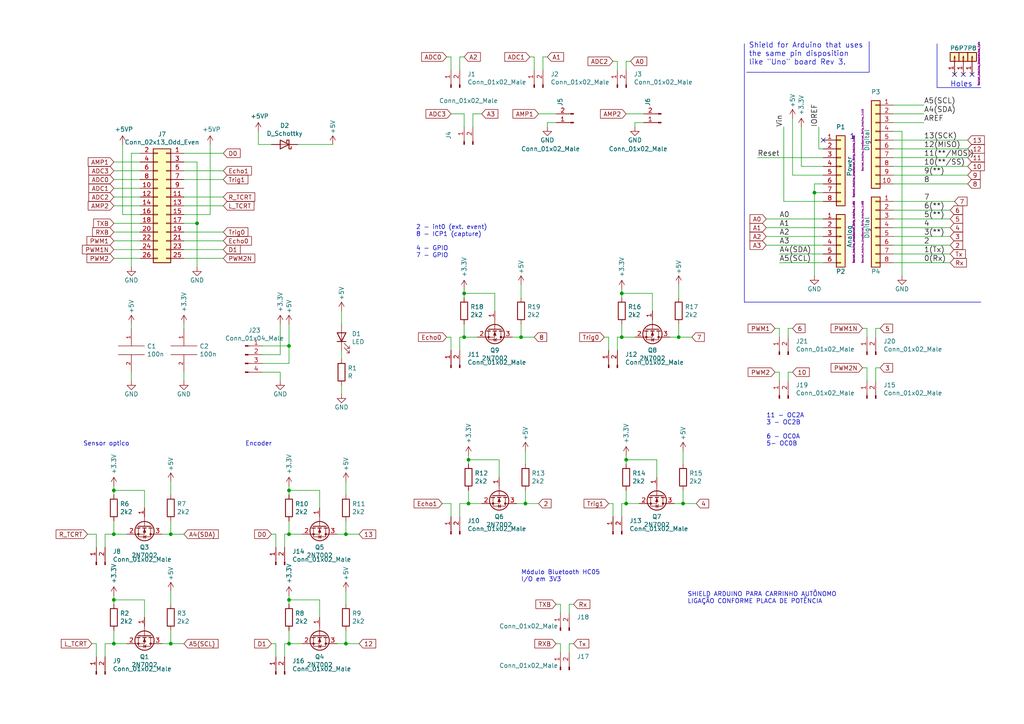
<source format=kicad_sch>
(kicad_sch (version 20230121) (generator eeschema)
  (paper "A4")
  (title_block (date "lun. 30 mars 2015"))
  (junction (at 33.02 154.94))
  (junction (at 83.82 142.24))
  (junction (at 49.53 154.94))
  (junction (at 83.82 173.99))
  (junction (at 100.33 186.69))
  (junction (at 180.34 85.09))
  (junction (at 181.61 146.05))
  (junction (at 180.34 97.79))
  (junction (at 196.85 97.79))
  (junction (at 83.82 186.69))
  (junction (at 135.89 133.35))
  (junction (at 152.4 146.05))
  (junction (at 49.53 186.69))
  (junction (at 181.61 133.35))
  (junction (at 83.82 100.33))
  (junction (at 134.62 85.09))
  (junction (at 33.02 186.69))
  (junction (at 33.02 142.24))
  (junction (at 33.02 173.99))
  (junction (at 57.15 64.77))
  (junction (at 83.82 154.94))
  (junction (at 135.89 146.05))
  (junction (at 100.33 154.94))
  (junction (at 236.22 55.88))
  (junction (at 151.13 97.79))
  (junction (at 134.62 97.79))
  (junction (at 198.12 146.05))
  (no_connect (at 276.86 21.59))
  (no_connect (at 238.76 40.64))
  (no_connect (at 281.94 21.59))
  (no_connect (at 279.4 21.59))
  (wire (pts (xy 139.7 146.05) (xy 135.89 146.05)))
  (wire (pts (xy 152.4 146.05) (xy 152.4 142.24)))
  (wire (pts (xy 165.1 186.69) (xy 165.1 189.23)))
  (wire (pts (xy 158.75 35.56) (xy 161.29 35.56)))
  (wire (pts (xy 162.56 175.26) (xy 162.56 177.8)))
  (wire (pts (xy 40.64 64.77) (xy 33.02 64.77)))
  (wire (pts (xy 259.08 38.1) (xy 261.62 38.1)))
  (wire (pts (xy 165.1 175.26) (xy 166.37 175.26)))
  (wire (pts (xy 254 95.25) (xy 254 97.79)))
  (wire (pts (xy 76.2 102.87) (xy 81.28 102.87)))
  (wire (pts (xy 180.34 85.09) (xy 189.23 85.09)))
  (wire (pts (xy 135.89 133.35) (xy 144.78 133.35)))
  (polyline (pts (xy 215.9 87.63) (xy 284.48 87.63)))
  (wire (pts (xy 30.48 154.94) (xy 30.48 158.75)))
  (wire (pts (xy 33.02 175.26) (xy 33.02 173.99)))
  (wire (pts (xy 129.54 16.51) (xy 130.81 16.51)))
  (wire (pts (xy 40.64 62.23) (xy 35.56 62.23)))
  (wire (pts (xy 80.01 186.69) (xy 80.01 190.5)))
  (wire (pts (xy 38.1 93.98) (xy 38.1 95.25)))
  (wire (pts (xy 134.62 85.09) (xy 134.62 83.82)))
  (wire (pts (xy 238.76 58.42) (xy 227.33 58.42)))
  (wire (pts (xy 238.76 45.72) (xy 219.71 45.72)))
  (wire (pts (xy 130.81 146.05) (xy 128.27 146.05)))
  (wire (pts (xy 224.79 107.95) (xy 226.06 107.95)))
  (wire (pts (xy 138.43 97.79) (xy 134.62 97.79)))
  (wire (pts (xy 64.77 67.31) (xy 53.34 67.31)))
  (wire (pts (xy 46.99 154.94) (xy 49.53 154.94)))
  (wire (pts (xy 228.6 107.95) (xy 228.6 110.49)))
  (wire (pts (xy 78.74 186.69) (xy 80.01 186.69)))
  (wire (pts (xy 238.76 53.34) (xy 236.22 53.34)))
  (wire (pts (xy 198.12 146.05) (xy 198.12 142.24)))
  (wire (pts (xy 134.62 85.09) (xy 143.51 85.09)))
  (wire (pts (xy 130.81 16.51) (xy 130.81 20.32)))
  (wire (pts (xy 78.74 41.91) (xy 74.93 41.91)))
  (wire (pts (xy 76.2 105.41) (xy 83.82 105.41)))
  (wire (pts (xy 100.33 186.69) (xy 100.33 182.88)))
  (wire (pts (xy 181.61 146.05) (xy 180.34 146.05)))
  (wire (pts (xy 238.76 55.88) (xy 236.22 55.88)))
  (wire (pts (xy 33.02 143.51) (xy 33.02 142.24)))
  (wire (pts (xy 161.29 186.69) (xy 162.56 186.69)))
  (wire (pts (xy 33.02 74.93) (xy 40.64 74.93)))
  (wire (pts (xy 86.36 41.91) (xy 96.52 41.91)))
  (wire (pts (xy 261.62 38.1) (xy 261.62 80.01)))
  (wire (pts (xy 83.82 143.51) (xy 83.82 142.24)))
  (wire (pts (xy 83.82 105.41) (xy 83.82 100.33)))
  (wire (pts (xy 99.06 101.6) (xy 99.06 104.14)))
  (wire (pts (xy 177.8 17.78) (xy 179.07 17.78)))
  (wire (pts (xy 49.53 154.94) (xy 49.53 151.13)))
  (wire (pts (xy 259.08 50.8) (xy 280.67 50.8)))
  (wire (pts (xy 57.15 64.77) (xy 57.15 77.47)))
  (wire (pts (xy 100.33 143.51) (xy 100.33 139.7)))
  (wire (pts (xy 41.91 142.24) (xy 41.91 147.32)))
  (wire (pts (xy 194.31 97.79) (xy 196.85 97.79)))
  (wire (pts (xy 149.86 146.05) (xy 152.4 146.05)))
  (wire (pts (xy 259.08 71.12) (xy 275.59 71.12)))
  (wire (pts (xy 53.34 52.07) (xy 64.77 52.07)))
  (wire (pts (xy 100.33 186.69) (xy 104.14 186.69)))
  (wire (pts (xy 83.82 186.69) (xy 82.55 186.69)))
  (wire (pts (xy 83.82 142.24) (xy 83.82 140.97)))
  (wire (pts (xy 184.15 97.79) (xy 180.34 97.79)))
  (wire (pts (xy 57.15 46.99) (xy 57.15 64.77)))
  (wire (pts (xy 157.48 16.51) (xy 157.48 20.32)))
  (wire (pts (xy 133.35 146.05) (xy 133.35 149.86)))
  (wire (pts (xy 154.94 16.51) (xy 154.94 20.32)))
  (wire (pts (xy 30.48 186.69) (xy 30.48 190.5)))
  (wire (pts (xy 148.59 97.79) (xy 151.13 97.79)))
  (wire (pts (xy 165.1 186.69) (xy 166.37 186.69)))
  (wire (pts (xy 64.77 44.45) (xy 53.34 44.45)))
  (wire (pts (xy 189.23 85.09) (xy 189.23 90.17)))
  (wire (pts (xy 135.89 146.05) (xy 135.89 142.24)))
  (wire (pts (xy 151.13 86.36) (xy 151.13 82.55)))
  (wire (pts (xy 38.1 77.47) (xy 38.1 44.45)))
  (wire (pts (xy 134.62 97.79) (xy 134.62 93.98)))
  (wire (pts (xy 259.08 68.58) (xy 275.59 68.58)))
  (wire (pts (xy 33.02 154.94) (xy 33.02 151.13)))
  (wire (pts (xy 81.28 107.95) (xy 81.28 110.49)))
  (wire (pts (xy 83.82 142.24) (xy 92.71 142.24)))
  (wire (pts (xy 33.02 186.69) (xy 33.02 182.88)))
  (polyline (pts (xy 271.78 25.4) (xy 271.78 12.7)))
  (wire (pts (xy 190.5 133.35) (xy 190.5 138.43)))
  (wire (pts (xy 250.19 106.68) (xy 251.46 106.68)))
  (wire (pts (xy 99.06 90.17) (xy 99.06 93.98)))
  (wire (pts (xy 53.34 62.23) (xy 60.96 62.23)))
  (wire (pts (xy 250.19 95.25) (xy 251.46 95.25)))
  (wire (pts (xy 33.02 173.99) (xy 33.02 172.72)))
  (wire (pts (xy 53.34 69.85) (xy 64.77 69.85)))
  (wire (pts (xy 53.34 46.99) (xy 57.15 46.99)))
  (wire (pts (xy 97.79 186.69) (xy 100.33 186.69)))
  (wire (pts (xy 180.34 146.05) (xy 180.34 149.86)))
  (wire (pts (xy 259.08 48.26) (xy 280.67 48.26)))
  (wire (pts (xy 238.76 73.66) (xy 226.06 73.66)))
  (wire (pts (xy 33.02 49.53) (xy 40.64 49.53)))
  (wire (pts (xy 135.89 146.05) (xy 133.35 146.05)))
  (wire (pts (xy 237.49 36.83) (xy 237.49 43.18)))
  (wire (pts (xy 238.76 76.2) (xy 226.06 76.2)))
  (wire (pts (xy 195.58 146.05) (xy 198.12 146.05)))
  (wire (pts (xy 87.63 186.69) (xy 83.82 186.69)))
  (wire (pts (xy 33.02 46.99) (xy 40.64 46.99)))
  (wire (pts (xy 259.08 73.66) (xy 275.59 73.66)))
  (wire (pts (xy 143.51 85.09) (xy 143.51 90.17)))
  (wire (pts (xy 139.7 33.02) (xy 137.16 33.02)))
  (wire (pts (xy 80.01 154.94) (xy 80.01 158.75)))
  (wire (pts (xy 259.08 35.56) (xy 267.97 35.56)))
  (wire (pts (xy 53.34 93.98) (xy 53.34 95.25)))
  (wire (pts (xy 100.33 154.94) (xy 104.14 154.94)))
  (wire (pts (xy 53.34 64.77) (xy 57.15 64.77)))
  (wire (pts (xy 41.91 173.99) (xy 41.91 179.07)))
  (wire (pts (xy 133.35 97.79) (xy 134.62 97.79)))
  (polyline (pts (xy 216.535 20.955) (xy 252.095 20.955)))
  (wire (pts (xy 222.25 66.04) (xy 238.76 66.04)))
  (wire (pts (xy 78.74 154.94) (xy 80.01 154.94)))
  (wire (pts (xy 238.76 48.26) (xy 232.41 48.26)))
  (wire (pts (xy 222.25 68.58) (xy 238.76 68.58)))
  (wire (pts (xy 182.88 17.78) (xy 181.61 17.78)))
  (wire (pts (xy 97.79 154.94) (xy 100.33 154.94)))
  (wire (pts (xy 74.93 41.91) (xy 74.93 38.1)))
  (wire (pts (xy 129.54 97.79) (xy 130.81 97.79)))
  (wire (pts (xy 33.02 67.31) (xy 40.64 67.31)))
  (wire (pts (xy 36.83 186.69) (xy 33.02 186.69)))
  (wire (pts (xy 99.06 111.76) (xy 99.06 114.3)))
  (wire (pts (xy 259.08 60.96) (xy 275.59 60.96)))
  (wire (pts (xy 33.02 54.61) (xy 40.64 54.61)))
  (wire (pts (xy 196.85 97.79) (xy 200.66 97.79)))
  (wire (pts (xy 130.81 97.79) (xy 130.81 101.6)))
  (wire (pts (xy 259.08 66.04) (xy 275.59 66.04)))
  (wire (pts (xy 259.08 45.72) (xy 280.67 45.72)))
  (wire (pts (xy 83.82 173.99) (xy 83.82 172.72)))
  (wire (pts (xy 53.34 107.95) (xy 53.34 110.49)))
  (wire (pts (xy 229.87 50.8) (xy 229.87 34.29)))
  (wire (pts (xy 38.1 107.95) (xy 38.1 110.49)))
  (wire (pts (xy 33.02 59.69) (xy 40.64 59.69)))
  (wire (pts (xy 53.34 57.15) (xy 64.77 57.15)))
  (wire (pts (xy 87.63 154.94) (xy 83.82 154.94)))
  (wire (pts (xy 137.16 33.02) (xy 137.16 36.83)))
  (wire (pts (xy 134.62 33.02) (xy 134.62 36.83)))
  (wire (pts (xy 40.64 72.39) (xy 33.02 72.39)))
  (wire (pts (xy 151.13 97.79) (xy 154.94 97.79)))
  (wire (pts (xy 82.55 154.94) (xy 82.55 158.75)))
  (wire (pts (xy 60.96 62.23) (xy 60.96 41.91)))
  (polyline (pts (xy 284.48 25.4) (xy 271.78 25.4)))
  (wire (pts (xy 232.41 48.26) (xy 232.41 36.83)))
  (wire (pts (xy 259.08 58.42) (xy 276.86 58.42)))
  (wire (pts (xy 82.55 186.69) (xy 82.55 190.5)))
  (wire (pts (xy 64.77 72.39) (xy 53.34 72.39)))
  (wire (pts (xy 259.08 33.02) (xy 267.97 33.02)))
  (wire (pts (xy 35.56 62.23) (xy 35.56 41.91)))
  (wire (pts (xy 83.82 186.69) (xy 83.82 182.88)))
  (wire (pts (xy 33.02 173.99) (xy 41.91 173.99)))
  (wire (pts (xy 180.34 97.79) (xy 180.34 93.98)))
  (wire (pts (xy 226.06 95.25) (xy 226.06 97.79)))
  (wire (pts (xy 227.33 58.42) (xy 227.33 36.83)))
  (wire (pts (xy 185.42 146.05) (xy 181.61 146.05)))
  (wire (pts (xy 176.53 146.05) (xy 177.8 146.05)))
  (wire (pts (xy 180.34 85.09) (xy 180.34 83.82)))
  (wire (pts (xy 53.34 59.69) (xy 64.77 59.69)))
  (wire (pts (xy 76.2 100.33) (xy 83.82 100.33)))
  (wire (pts (xy 81.28 102.87) (xy 81.28 93.98)))
  (wire (pts (xy 259.08 53.34) (xy 280.67 53.34)))
  (wire (pts (xy 36.83 154.94) (xy 33.02 154.94)))
  (wire (pts (xy 130.81 33.02) (xy 134.62 33.02)))
  (wire (pts (xy 38.1 44.45) (xy 40.64 44.45)))
  (wire (pts (xy 236.22 53.34) (xy 236.22 55.88)))
  (wire (pts (xy 135.89 133.35) (xy 135.89 132.08)))
  (wire (pts (xy 134.62 86.36) (xy 134.62 85.09)))
  (wire (pts (xy 181.61 33.02) (xy 186.69 33.02)))
  (wire (pts (xy 255.27 95.25) (xy 254 95.25)))
  (wire (pts (xy 49.53 154.94) (xy 53.34 154.94)))
  (wire (pts (xy 30.48 154.94) (xy 33.02 154.94)))
  (wire (pts (xy 181.61 133.35) (xy 181.61 132.08)))
  (wire (pts (xy 259.08 43.18) (xy 280.67 43.18)))
  (wire (pts (xy 162.56 186.69) (xy 162.56 189.23)))
  (wire (pts (xy 133.35 101.6) (xy 133.35 97.79)))
  (wire (pts (xy 100.33 175.26) (xy 100.33 171.45)))
  (wire (pts (xy 83.82 175.26) (xy 83.82 173.99)))
  (wire (pts (xy 64.77 49.53) (xy 53.34 49.53)))
  (wire (pts (xy 153.67 16.51) (xy 154.94 16.51)))
  (wire (pts (xy 161.29 175.26) (xy 162.56 175.26)))
  (wire (pts (xy 237.49 43.18) (xy 238.76 43.18)))
  (wire (pts (xy 53.34 74.93) (xy 64.77 74.93)))
  (wire (pts (xy 27.94 186.69) (xy 27.94 190.5)))
  (wire (pts (xy 181.61 134.62) (xy 181.61 133.35)))
  (wire (pts (xy 196.85 97.79) (xy 196.85 93.98)))
  (wire (pts (xy 179.07 101.6) (xy 179.07 97.79)))
  (wire (pts (xy 259.08 40.64) (xy 280.67 40.64)))
  (wire (pts (xy 179.07 97.79) (xy 180.34 97.79)))
  (wire (pts (xy 184.15 36.83) (xy 184.15 35.56)))
  (wire (pts (xy 46.99 186.69) (xy 49.53 186.69)))
  (wire (pts (xy 49.53 143.51) (xy 49.53 139.7)))
  (wire (pts (xy 229.87 107.95) (xy 228.6 107.95)))
  (wire (pts (xy 152.4 146.05) (xy 156.21 146.05)))
  (wire (pts (xy 181.61 133.35) (xy 190.5 133.35)))
  (wire (pts (xy 165.1 175.26) (xy 165.1 177.8)))
  (wire (pts (xy 180.34 86.36) (xy 180.34 85.09)))
  (wire (pts (xy 222.25 63.5) (xy 238.76 63.5)))
  (polyline (pts (xy 252.095 20.955) (xy 252.095 12.065)))
  (wire (pts (xy 92.71 142.24) (xy 92.71 147.32)))
  (wire (pts (xy 229.87 95.25) (xy 228.6 95.25)))
  (wire (pts (xy 27.94 154.94) (xy 27.94 158.75)))
  (wire (pts (xy 181.61 146.05) (xy 181.61 142.24)))
  (wire (pts (xy 226.06 107.95) (xy 226.06 110.49)))
  (wire (pts (xy 25.4 154.94) (xy 27.94 154.94)))
  (wire (pts (xy 33.02 142.24) (xy 41.91 142.24)))
  (wire (pts (xy 156.21 33.02) (xy 161.29 33.02)))
  (wire (pts (xy 133.35 16.51) (xy 133.35 20.32)))
  (wire (pts (xy 49.53 175.26) (xy 49.53 171.45)))
  (wire (pts (xy 76.2 107.95) (xy 81.28 107.95)))
  (wire (pts (xy 196.85 86.36) (xy 196.85 82.55)))
  (wire (pts (xy 198.12 146.05) (xy 201.93 146.05)))
  (wire (pts (xy 184.15 35.56) (xy 186.69 35.56)))
  (wire (pts (xy 100.33 154.94) (xy 100.33 151.13)))
  (wire (pts (xy 92.71 173.99) (xy 92.71 179.07)))
  (wire (pts (xy 33.02 142.24) (xy 33.02 140.97)))
  (wire (pts (xy 177.8 146.05) (xy 177.8 149.86)))
  (wire (pts (xy 130.81 149.86) (xy 130.81 146.05)))
  (wire (pts (xy 238.76 50.8) (xy 229.87 50.8)))
  (wire (pts (xy 259.08 30.48) (xy 267.97 30.48)))
  (wire (pts (xy 251.46 106.68) (xy 251.46 110.49)))
  (wire (pts (xy 259.08 76.2) (xy 275.59 76.2)))
  (wire (pts (xy 198.12 134.62) (xy 198.12 130.81)))
  (wire (pts (xy 134.62 16.51) (xy 133.35 16.51)))
  (wire (pts (xy 83.82 173.99) (xy 92.71 173.99)))
  (wire (pts (xy 251.46 95.25) (xy 251.46 97.79)))
  (wire (pts (xy 83.82 100.33) (xy 83.82 93.98)))
  (wire (pts (xy 26.67 186.69) (xy 27.94 186.69)))
  (wire (pts (xy 83.82 154.94) (xy 82.55 154.94)))
  (wire (pts (xy 33.02 52.07) (xy 40.64 52.07)))
  (wire (pts (xy 236.22 55.88) (xy 236.22 80.01)))
  (wire (pts (xy 83.82 154.94) (xy 83.82 151.13)))
  (wire (pts (xy 33.02 69.85) (xy 40.64 69.85)))
  (wire (pts (xy 175.26 97.79) (xy 176.53 97.79)))
  (wire (pts (xy 151.13 97.79) (xy 151.13 93.98)))
  (wire (pts (xy 255.27 106.68) (xy 254 106.68)))
  (wire (pts (xy 40.64 57.15) (xy 33.02 57.15)))
  (wire (pts (xy 49.53 186.69) (xy 49.53 182.88)))
  (polyline (pts (xy 215.9 12.7) (xy 215.9 87.63)))
  (wire (pts (xy 176.53 97.79) (xy 176.53 101.6)))
  (wire (pts (xy 222.25 71.12) (xy 238.76 71.12)))
  (wire (pts (xy 49.53 186.69) (xy 53.34 186.69)))
  (wire (pts (xy 144.78 133.35) (xy 144.78 138.43)))
  (wire (pts (xy 181.61 17.78) (xy 181.61 20.32)))
  (wire (pts (xy 254 106.68) (xy 254 110.49)))
  (wire (pts (xy 259.08 63.5) (xy 275.59 63.5)))
  (wire (pts (xy 179.07 17.78) (xy 179.07 20.32)))
  (wire (pts (xy 158.75 16.51) (xy 157.48 16.51)))
  (wire (pts (xy 224.79 95.25) (xy 226.06 95.25)))
  (wire (pts (xy 228.6 95.25) (xy 228.6 97.79)))
  (wire (pts (xy 158.75 36.83) (xy 158.75 35.56)))
  (wire (pts (xy 135.89 134.62) (xy 135.89 133.35)))
  (wire (pts (xy 33.02 186.69) (xy 30.48 186.69)))
  (wire (pts (xy 152.4 134.62) (xy 152.4 130.81)))
  (text "11 - OC2A\n3 - OC2B\n\n6 - OC0A\n5- OC0B" (at 222.25 129.54 0) (effects (font (size 1.27 1.27)) (justify left bottom)))
  (text "1" (at 246.38 40.64 0) (effects (font (size 1.524 1.524)) (justify left bottom)))
  (text "Módulo Bluetooth HC05\nI/O em 3V3" (at 151.13 168.91 0) (effects (font (size 1.27 1.27)) (justify left bottom)))
  (text "SHIELD ARDUINO PARA CARRINHO AUTÔNOMO\nLIGAÇÃO CONFORME PLACA DE POTÊNCIA" (at 199.39 175.26 0) (effects (font (size 1.27 1.27)) (justify left bottom)))
  (text "2 - int0 (ext. event)\n8 - ICP1 (capture)\n\n4 - GPIO\n7 - GPIO " (at 120.65 74.93 0) (effects (font (size 1.27 1.27)) (justify left bottom)))
  (text "Encoder" (at 71.12 129.54 0) (effects (font (size 1.27 1.27)) (justify left bottom)))
  (text "Shield for Arduino that uses\nthe same pin disposition\nlike \"Uno\" board Rev 3." (at 217.17 19.05 0) (effects (font (size 1.524 1.524)) (justify left bottom)))
  (text "Sensor optico" (at 24.13 129.54 0) (effects (font (size 1.27 1.27)) (justify left bottom)))
  (text "Holes" (at 275.59 25.4 0) (effects (font (size 1.524 1.524)) (justify left bottom)))
  (label "4" (at 267.97 66.04 0) (effects (font (size 1.524 1.524))))
  (label "1(Tx)" (at 267.97 73.66 0) (effects (font (size 1.524 1.524))))
  (label "IOREF" (at 237.49 36.83 90) (effects (font (size 1.524 1.524))))
  (label "A5(SCL)" (at 267.97 30.48 0) (effects (font (size 1.524 1.524))))
  (label "A1" (at 226.06 66.04 0) (effects (font (size 1.524 1.524))))
  (label "A4(SDA)" (at 267.97 33.02 0) (effects (font (size 1.524 1.524))))
  (label "A0" (at 226.06 63.5 0) (effects (font (size 1.524 1.524))))
  (label "A2" (at 226.06 68.58 0) (effects (font (size 1.524 1.524))))
  (label "6(**)" (at 267.97 60.96 0) (effects (font (size 1.524 1.524))))
  (label "0(Rx)" (at 267.97 76.2 0) (effects (font (size 1.524 1.524))))
  (label "8" (at 267.97 53.34 0) (effects (font (size 1.524 1.524))))
  (label "A4(SDA)" (at 226.06 73.66 0) (effects (font (size 1.524 1.524))))
  (label "Vin" (at 227.33 36.83 90) (effects (font (size 1.524 1.524))))
  (label "A3" (at 226.06 71.12 0) (effects (font (size 1.524 1.524))))
  (label "3(**)" (at 267.97 68.58 0) (effects (font (size 1.524 1.524))))
  (label "7" (at 267.97 58.42 0) (effects (font (size 1.524 1.524))))
  (label "A5(SCL)" (at 226.06 76.2 0) (effects (font (size 1.524 1.524))))
  (label "5(**)" (at 267.97 63.5 0) (effects (font (size 1.524 1.524))))
  (label "Reset" (at 219.71 45.72 0) (effects (font (size 1.524 1.524))))
  (label "2" (at 267.97 71.12 0) (effects (font (size 1.524 1.524))))
  (label "13(SCK)" (at 267.97 40.64 0) (effects (font (size 1.524 1.524))))
  (label "10(**/SS)" (at 267.97 48.26 0) (effects (font (size 1.524 1.524))))
  (label "AREF" (at 267.97 35.56 0) (effects (font (size 1.524 1.524))))
  (label "12(MISO)" (at 267.97 43.18 0) (effects (font (size 1.524 1.524))))
  (label "9(**)" (at 267.97 50.8 0) (effects (font (size 1.524 1.524))))
  (label "11(**/MOSI)" (at 267.97 45.72 0) (effects (font (size 1.524 1.524))))
  (global_label "12" (shape input) (at 104.14 186.69 0) (property "Intersheetrefs" "${INTERSHEET_REFS}" (effects hide)))
  (global_label "A1" (shape input) (at 222.25 66.04 180) (property "Intersheetrefs" "${INTERSHEET_REFS}" (effects hide)))
  (global_label "TXB" (shape input) (at 33.02 64.77 180) (property "Intersheetrefs" "${INTERSHEET_REFS}" (effects hide)))
  (global_label "PWM2N" (shape input) (at 250.19 106.68 180) (property "Intersheetrefs" "${INTERSHEET_REFS}" (effects hide)))
  (global_label "R_TCRT" (shape input) (at 25.4 154.94 180) (property "Intersheetrefs" "${INTERSHEET_REFS}" (effects hide)))
  (global_label "4" (shape input) (at 275.59 66.04 0) (property "Intersheetrefs" "${INTERSHEET_REFS}" (effects hide)))
  (global_label "5" (shape input) (at 275.59 63.5 0) (property "Intersheetrefs" "${INTERSHEET_REFS}" (effects hide)))
  (global_label "ADC3" (shape input) (at 130.81 33.02 180) (property "Intersheetrefs" "${INTERSHEET_REFS}" (effects hide)))
  (global_label "12" (shape input) (at 280.67 43.18 0) (property "Intersheetrefs" "${INTERSHEET_REFS}" (effects hide)))
  (global_label "4" (shape input) (at 201.93 146.05 0) (property "Intersheetrefs" "${INTERSHEET_REFS}" (effects hide)))
  (global_label "10" (shape input) (at 229.87 107.95 0) (property "Intersheetrefs" "${INTERSHEET_REFS}" (effects hide)))
  (global_label "8" (shape input) (at 280.67 53.34 0) (property "Intersheetrefs" "${INTERSHEET_REFS}" (effects hide)))
  (global_label "A4(SDA)" (shape input) (at 53.34 154.94 0) (property "Intersheetrefs" "${INTERSHEET_REFS}" (effects hide)))
  (global_label "ADC3" (shape input) (at 33.02 49.53 180) (property "Intersheetrefs" "${INTERSHEET_REFS}" (effects hide)))
  (global_label "Echo0" (shape input) (at 129.54 97.79 180) (property "Intersheetrefs" "${INTERSHEET_REFS}" (effects hide)))
  (global_label "L_TCRT" (shape input) (at 64.77 59.69 0) (property "Intersheetrefs" "${INTERSHEET_REFS}" (effects hide)))
  (global_label "AMP1" (shape input) (at 33.02 46.99 180) (property "Intersheetrefs" "${INTERSHEET_REFS}" (effects hide)))
  (global_label "ADC2" (shape input) (at 177.8 17.78 180) (property "Intersheetrefs" "${INTERSHEET_REFS}" (effects hide)))
  (global_label "ADC0" (shape input) (at 33.02 52.07 180) (property "Intersheetrefs" "${INTERSHEET_REFS}" (effects hide)))
  (global_label "2" (shape input) (at 275.59 71.12 0) (property "Intersheetrefs" "${INTERSHEET_REFS}" (effects hide)))
  (global_label "TXB" (shape input) (at 161.29 175.26 180) (property "Intersheetrefs" "${INTERSHEET_REFS}" (effects hide)))
  (global_label "A3" (shape input) (at 222.25 71.12 180) (property "Intersheetrefs" "${INTERSHEET_REFS}" (effects hide)))
  (global_label "A0" (shape input) (at 222.25 63.5 180) (property "Intersheetrefs" "${INTERSHEET_REFS}" (effects hide)))
  (global_label "PWM1N" (shape input) (at 33.02 72.39 180) (property "Intersheetrefs" "${INTERSHEET_REFS}" (effects hide)))
  (global_label "9" (shape input) (at 280.67 50.8 0) (property "Intersheetrefs" "${INTERSHEET_REFS}" (effects hide)))
  (global_label "7" (shape input) (at 200.66 97.79 0) (property "Intersheetrefs" "${INTERSHEET_REFS}" (effects hide)))
  (global_label "Trig1" (shape input) (at 176.53 146.05 180) (property "Intersheetrefs" "${INTERSHEET_REFS}" (effects hide)))
  (global_label "PWM2N" (shape input) (at 64.77 74.93 0) (property "Intersheetrefs" "${INTERSHEET_REFS}" (effects hide)))
  (global_label "8" (shape input) (at 154.94 97.79 0) (property "Intersheetrefs" "${INTERSHEET_REFS}" (effects hide)))
  (global_label "2" (shape input) (at 156.21 146.05 0) (property "Intersheetrefs" "${INTERSHEET_REFS}" (effects hide)))
  (global_label "6" (shape input) (at 229.87 95.25 0) (property "Intersheetrefs" "${INTERSHEET_REFS}" (effects hide)))
  (global_label "Rx" (shape input) (at 166.37 175.26 0) (property "Intersheetrefs" "${INTERSHEET_REFS}" (effects hide)))
  (global_label "A5(SCL)" (shape input) (at 53.34 186.69 0) (property "Intersheetrefs" "${INTERSHEET_REFS}" (effects hide)))
  (global_label "Rx" (shape input) (at 275.59 76.2 0) (property "Intersheetrefs" "${INTERSHEET_REFS}" (effects hide)))
  (global_label "13" (shape input) (at 104.14 154.94 0) (property "Intersheetrefs" "${INTERSHEET_REFS}" (effects hide)))
  (global_label "ADC1" (shape input) (at 153.67 16.51 180) (property "Intersheetrefs" "${INTERSHEET_REFS}" (effects hide)))
  (global_label "RXB" (shape input) (at 161.29 186.69 180) (property "Intersheetrefs" "${INTERSHEET_REFS}" (effects hide)))
  (global_label "3" (shape input) (at 275.59 68.58 0) (property "Intersheetrefs" "${INTERSHEET_REFS}" (effects hide)))
  (global_label "7" (shape input) (at 276.86 58.42 0) (property "Intersheetrefs" "${INTERSHEET_REFS}" (effects hide)))
  (global_label "D1" (shape input) (at 78.74 186.69 180) (property "Intersheetrefs" "${INTERSHEET_REFS}" (effects hide)))
  (global_label "A3" (shape input) (at 139.7 33.02 0) (property "Intersheetrefs" "${INTERSHEET_REFS}" (effects hide)))
  (global_label "D0" (shape input) (at 64.77 44.45 0) (property "Intersheetrefs" "${INTERSHEET_REFS}" (effects hide)))
  (global_label "A1" (shape input) (at 158.75 16.51 0) (property "Intersheetrefs" "${INTERSHEET_REFS}" (effects hide)))
  (global_label "Trig0" (shape input) (at 175.26 97.79 180) (property "Intersheetrefs" "${INTERSHEET_REFS}" (effects hide)))
  (global_label "PWM1N" (shape input) (at 250.19 95.25 180) (property "Intersheetrefs" "${INTERSHEET_REFS}" (effects hide)))
  (global_label "3" (shape input) (at 255.27 106.68 0) (property "Intersheetrefs" "${INTERSHEET_REFS}" (effects hide)))
  (global_label "11" (shape input) (at 280.67 45.72 0) (property "Intersheetrefs" "${INTERSHEET_REFS}" (effects hide)))
  (global_label "A2" (shape input) (at 222.25 68.58 180) (property "Intersheetrefs" "${INTERSHEET_REFS}" (effects hide)))
  (global_label "PWM1" (shape input) (at 224.79 95.25 180) (property "Intersheetrefs" "${INTERSHEET_REFS}" (effects hide)))
  (global_label "D0" (shape input) (at 78.74 154.94 180) (property "Intersheetrefs" "${INTERSHEET_REFS}" (effects hide)))
  (global_label "13" (shape input) (at 280.67 40.64 0) (property "Intersheetrefs" "${INTERSHEET_REFS}" (effects hide)))
  (global_label "10" (shape input) (at 280.67 48.26 0) (property "Intersheetrefs" "${INTERSHEET_REFS}" (effects hide)))
  (global_label "ADC0" (shape input) (at 129.54 16.51 180) (property "Intersheetrefs" "${INTERSHEET_REFS}" (effects hide)))
  (global_label "AMP2" (shape input) (at 33.02 59.69 180) (property "Intersheetrefs" "${INTERSHEET_REFS}" (effects hide)))
  (global_label "Echo1" (shape input) (at 64.77 49.53 0) (property "Intersheetrefs" "${INTERSHEET_REFS}" (effects hide)))
  (global_label "Echo1" (shape input) (at 128.27 146.05 180) (property "Intersheetrefs" "${INTERSHEET_REFS}" (effects hide)))
  (global_label "Tx" (shape input) (at 275.59 73.66 0) (property "Intersheetrefs" "${INTERSHEET_REFS}" (effects hide)))
  (global_label "5" (shape input) (at 255.27 95.25 0) (property "Intersheetrefs" "${INTERSHEET_REFS}" (effects hide)))
  (global_label "PWM2" (shape input) (at 33.02 74.93 180) (property "Intersheetrefs" "${INTERSHEET_REFS}" (effects hide)))
  (global_label "A0" (shape input) (at 182.88 17.78 0) (property "Intersheetrefs" "${INTERSHEET_REFS}" (effects hide)))
  (global_label "RXB" (shape input) (at 33.02 67.31 180) (property "Intersheetrefs" "${INTERSHEET_REFS}" (effects hide)))
  (global_label "Trig0" (shape input) (at 64.77 67.31 0) (property "Intersheetrefs" "${INTERSHEET_REFS}" (effects hide)))
  (global_label "AMP2" (shape input) (at 181.61 33.02 180) (property "Intersheetrefs" "${INTERSHEET_REFS}" (effects hide)))
  (global_label "Tx" (shape input) (at 166.37 186.69 0) (property "Intersheetrefs" "${INTERSHEET_REFS}" (effects hide)))
  (global_label "L_TCRT" (shape input) (at 26.67 186.69 180) (property "Intersheetrefs" "${INTERSHEET_REFS}" (effects hide)))
  (global_label "AMP1" (shape input) (at 156.21 33.02 180) (property "Intersheetrefs" "${INTERSHEET_REFS}" (effects hide)))
  (global_label "A2" (shape input) (at 134.62 16.51 0) (property "Intersheetrefs" "${INTERSHEET_REFS}" (effects hide)))
  (global_label "6" (shape input) (at 275.59 60.96 0) (property "Intersheetrefs" "${INTERSHEET_REFS}" (effects hide)))
  (global_label "ADC2" (shape input) (at 33.02 57.15 180) (property "Intersheetrefs" "${INTERSHEET_REFS}" (effects hide)))
  (global_label "D1" (shape input) (at 64.77 72.39 0) (property "Intersheetrefs" "${INTERSHEET_REFS}" (effects hide)))
  (global_label "R_TCRT" (shape input) (at 64.77 57.15 0) (property "Intersheetrefs" "${INTERSHEET_REFS}" (effects hide)))
  (global_label "PWM1" (shape input) (at 33.02 69.85 180) (property "Intersheetrefs" "${INTERSHEET_REFS}" (effects hide)))
  (global_label "ADC1" (shape input) (at 33.02 54.61 180) (property "Intersheetrefs" "${INTERSHEET_REFS}" (effects hide)))
  (global_label "Trig1" (shape input) (at 64.77 52.07 0) (property "Intersheetrefs" "${INTERSHEET_REFS}" (effects hide)))
  (global_label "Echo0" (shape input) (at 64.77 69.85 0) (property "Intersheetrefs" "${INTERSHEET_REFS}" (effects hide)))
  (global_label "PWM2" (shape input) (at 224.79 107.95 180) (property "Intersheetrefs" "${INTERSHEET_REFS}" (effects hide)))
  (symbol (lib_id "Connector_Generic:Conn_01x08") (at 243.84 48.26 0) (unit 1)
    (property "Reference" "P1" (at 243.84 36.83 0))
    (property "Value" "Power" (at 246.38 48.26 90))
    (property "Footprint" "Socket_Arduino_Uno:Socket_Strip_Arduino_1x08" (at 247.65 48.26 90) (effects (font (size 0.508 0.508))))
    (property "Datasheet" "~" (at 243.84 48.26 0))
  )
  (symbol (lib_id "power:+3.3V") (at 232.41 36.83 0) (unit 1)
    (property "Reference" "#PWR04" (effects hide))
    (property "Value" "+3.3V" (at 232.41 30.48 90))
  )
  (symbol (lib_id "power:+5V") (at 229.87 34.29 0) (unit 1)
    (property "Reference" "#PWR01" (effects hide))
    (property "Value" "+5V" (at 229.87 29.21 90))
  )
  (symbol (lib_id "power:GND") (at 236.22 80.01 0) (unit 1)
    (property "Reference" "#PWR09" (effects hide))
    (property "Value" "GND" (at 236.22 83.82 0))
  )
  (symbol (lib_id "power:GND") (at 261.62 80.01 0) (unit 1)
    (property "Reference" "#PWR010" (effects hide))
    (property "Value" "GND" (at 261.62 83.82 0))
  )
  (symbol (lib_id "Connector_Generic:Conn_01x06") (at 243.84 68.58 0) (unit 1)
    (property "Reference" "P2" (at 243.84 78.74 0))
    (property "Value" "Analog" (at 246.38 68.58 90))
    (property "Footprint" "Socket_Arduino_Uno:Socket_Strip_Arduino_1x06" (at 247.65 67.31 90) (effects (font (size 0.508 0.508))))
    (property "Datasheet" "~" (at 243.84 68.58 0))
  )
  (symbol (lib_id "Connector_Generic:Conn_01x01") (at 276.86 16.51 90) (unit 1)
    (property "Reference" "P6" (at 276.86 13.97 90))
    (property "Value" "CONN_01X01" (effects hide))
    (property "Footprint" "Socket_Arduino_Uno:Arduino_1pin" (effects hide))
    (property "Datasheet" "~" (at 276.86 16.51 0))
  )
  (symbol (lib_id "Connector_Generic:Conn_01x01") (at 279.4 16.51 90) (unit 1)
    (property "Reference" "P7" (at 279.4 13.97 90))
    (property "Value" "CONN_01X01" (effects hide))
    (property "Footprint" "Socket_Arduino_Uno:Arduino_1pin" (effects hide))
    (property "Datasheet" "~" (at 279.4 16.51 0))
  )
  (symbol (lib_id "Connector_Generic:Conn_01x01") (at 281.94 16.51 90) (unit 1)
    (property "Reference" "P8" (at 281.94 13.97 90))
    (property "Value" "CONN_01X01" (effects hide))
    (property "Footprint" "Socket_Arduino_Uno:Arduino_1pin" (at 283.9212 18.4404 0) (effects (font (size 0.508 0.508))))
    (property "Datasheet" "~" (at 281.94 16.51 0))
  )
  (symbol (lib_id "Connector_Generic:Conn_01x08") (at 254 66.04 0) (mirror y) (unit 1)
    (property "Reference" "P4" (at 254 78.74 0))
    (property "Value" "Digital" (at 251.46 66.04 90))
    (property "Footprint" "Socket_Arduino_Uno:Socket_Strip_Arduino_1x08" (at 250.19 67.31 90) (effects (font (size 0.508 0.508))))
    (property "Datasheet" "~" (at 254 66.04 0))
  )
  (symbol (lib_id "Connector_Generic:Conn_01x10") (at 254 40.64 0) (mirror y) (unit 1)
    (property "Reference" "P3" (at 254 26.67 0))
    (property "Value" "Digital" (at 251.46 40.64 90))
    (property "Footprint" "Socket_Arduino_Uno:Socket_Strip_Arduino_1x10" (at 250.19 40.64 90) (effects (font (size 0.508 0.508))))
    (property "Datasheet" "~" (at 254 40.64 0))
  )
  (symbol (lib_id "Connector:Conn_01x02_Male") (at 134.62 41.91 90) (unit 1)
    (property "Reference" "J4" (at 130.0988 39.2176 0))
    (property "Value" "Conn_01x02_Male" (at 135.89 29.21 90))
    (property "Footprint" "Connector_PinHeader_2.54mm:PinHeader_1x02_P2.54mm_Vertical" (effects hide))
  )
  (symbol (lib_id "Connector:Conn_01x02_Male") (at 130.81 154.94 90) (unit 1)
    (property "Reference" "J10" (at 135.5598 151.0538 90) (effects (justify right)))
    (property "Value" "Conn_01x02_Male" (at 135.5598 153.3652 90) (effects (justify right)))
    (property "Footprint" "Connector_PinHeader_2.54mm:PinHeader_1x02_P2.54mm_Vertical" (effects hide))
  )
  (symbol (lib_id "Connector:Conn_01x02_Male") (at 27.94 195.58 90) (unit 1)
    (property "Reference" "J9" (at 32.6898 191.6938 90) (effects (justify right)))
    (property "Value" "Conn_01x02_Male" (at 32.6898 194.0052 90) (effects (justify right)))
    (property "Footprint" "Connector_PinHeader_2.54mm:PinHeader_1x02_P2.54mm_Vertical" (effects hide))
  )
  (symbol (lib_id "Connector:Conn_01x02_Male") (at 27.94 163.83 90) (unit 1)
    (property "Reference" "J8" (at 32.6898 159.9438 90) (effects (justify right)))
    (property "Value" "Conn_01x02_Male" (at 32.6898 162.2552 90) (effects (justify right)))
    (property "Footprint" "Connector_PinHeader_2.54mm:PinHeader_1x02_P2.54mm_Vertical" (effects hide))
  )
  (symbol (lib_id "Connector:Conn_01x02_Male") (at 80.01 163.83 90) (unit 1)
    (property "Reference" "J14" (at 84.7598 159.9438 90) (effects (justify right)))
    (property "Value" "Conn_01x02_Male" (at 84.7598 162.2552 90) (effects (justify right)))
    (property "Footprint" "Connector_PinHeader_2.54mm:PinHeader_1x02_P2.54mm_Vertical" (effects hide))
  )
  (symbol (lib_id "Connector:Conn_01x02_Male") (at 177.8 154.94 90) (unit 1)
    (property "Reference" "J13" (at 182.5498 151.0538 90) (effects (justify right)))
    (property "Value" "Conn_01x02_Male" (at 182.5498 153.3652 90) (effects (justify right)))
    (property "Footprint" "Connector_PinHeader_2.54mm:PinHeader_1x02_P2.54mm_Vertical" (effects hide))
  )
  (symbol (lib_id "Connector:Conn_01x02_Male") (at 176.53 106.68 90) (unit 1)
    (property "Reference" "J12" (at 181.2798 102.7938 90) (effects (justify right)))
    (property "Value" "Conn_01x02_Male" (at 181.2798 105.1052 90) (effects (justify right)))
    (property "Footprint" "Connector_PinHeader_2.54mm:PinHeader_1x02_P2.54mm_Vertical" (effects hide))
  )
  (symbol (lib_id "Connector:Conn_01x02_Male") (at 130.81 106.68 90) (unit 1)
    (property "Reference" "J11" (at 135.5598 102.7938 90) (effects (justify right)))
    (property "Value" "Conn_01x02_Male" (at 135.5598 105.1052 90) (effects (justify right)))
    (property "Footprint" "Connector_PinHeader_2.54mm:PinHeader_1x02_P2.54mm_Vertical" (effects hide))
  )
  (symbol (lib_id "Connector:Conn_01x02_Male") (at 80.01 195.58 90) (unit 1)
    (property "Reference" "J16" (at 84.7598 191.6938 90) (effects (justify right)))
    (property "Value" "Conn_01x02_Male" (at 84.7598 194.0052 90) (effects (justify right)))
    (property "Footprint" "Connector_PinHeader_2.54mm:PinHeader_1x02_P2.54mm_Vertical" (effects hide))
  )
  (symbol (lib_id "Connector:Conn_01x02_Male") (at 251.46 115.57 90) (unit 1)
    (property "Reference" "J15" (at 256.2098 111.6838 90) (effects (justify right)))
    (property "Value" "Conn_01x02_Male" (at 256.2098 113.9952 90) (effects (justify right)))
    (property "Footprint" "Connector_PinHeader_2.54mm:PinHeader_1x02_P2.54mm_Vertical" (effects hide))
  )
  (symbol (lib_id "Connector:Conn_01x02_Male") (at 130.81 25.4 90) (unit 1)
    (property "Reference" "J1" (at 135.5598 21.5138 90) (effects (justify right)))
    (property "Value" "Conn_01x02_Male" (at 135.5598 23.8252 90) (effects (justify right)))
    (property "Footprint" "Connector_PinHeader_2.54mm:PinHeader_1x02_P2.54mm_Vertical" (effects hide))
  )
  (symbol (lib_id "Connector:Conn_01x02_Male") (at 154.94 25.4 90) (unit 1)
    (property "Reference" "J2" (at 159.6898 21.5138 90) (effects (justify right)))
    (property "Value" "Conn_01x02_Male" (at 159.6898 23.8252 90) (effects (justify right)))
    (property "Footprint" "Connector_PinHeader_2.54mm:PinHeader_1x02_P2.54mm_Vertical" (effects hide))
  )
  (symbol (lib_id "Connector:Conn_01x02_Male") (at 179.07 25.4 90) (unit 1)
    (property "Reference" "J3" (at 183.8198 21.5138 90) (effects (justify right)))
    (property "Value" "Conn_01x02_Male" (at 183.8198 23.8252 90) (effects (justify right)))
    (property "Footprint" "Connector_PinHeader_2.54mm:PinHeader_1x02_P2.54mm_Vertical" (effects hide))
  )
  (symbol (lib_id "Connector:Conn_01x02_Male") (at 166.37 35.56 180) (unit 1)
    (property "Reference" "J5" (at 162.4838 30.8102 90) (effects (justify right)))
    (property "Value" "Conn_01x02_Male" (at 151.13 43.18 0) (effects (justify right)))
    (property "Footprint" "Connector_PinHeader_2.54mm:PinHeader_1x02_P2.54mm_Vertical" (effects hide))
  )
  (symbol (lib_id "Connector:Conn_01x02_Male") (at 162.56 182.88 90) (unit 1)
    (property "Reference" "J18" (at 167.3098 178.9938 90) (effects (justify right)))
    (property "Value" "Conn_01x02_Male" (at 144.78 181.61 90) (effects (justify right)))
    (property "Footprint" "Connector_PinHeader_2.54mm:PinHeader_1x02_P2.54mm_Vertical" (effects hide))
  )
  (symbol (lib_id "Connector:Conn_01x02_Male") (at 162.56 194.31 90) (unit 1)
    (property "Reference" "J17" (at 167.3098 190.4238 90) (effects (justify right)))
    (property "Value" "Conn_01x02_Male" (at 144.78 193.04 90) (effects (justify right)))
    (property "Footprint" "Connector_PinHeader_2.54mm:PinHeader_1x02_P2.54mm_Vertical" (effects hide))
  )
  (symbol (lib_id "Connector:Conn_01x02_Male") (at 226.06 102.87 90) (unit 1)
    (property "Reference" "J21" (at 230.8098 98.9838 90) (effects (justify right)))
    (property "Value" "Conn_01x02_Male" (at 230.8098 101.2952 90) (effects (justify right)))
    (property "Footprint" "Connector_PinHeader_2.54mm:PinHeader_1x02_P2.54mm_Vertical" (effects hide))
  )
  (symbol (lib_id "Connector:Conn_01x02_Male") (at 251.46 102.87 90) (unit 1)
    (property "Reference" "J20" (at 256.2098 98.9838 90) (effects (justify right)))
    (property "Value" "Conn_01x02_Male" (at 256.2098 101.2952 90) (effects (justify right)))
    (property "Footprint" "Connector_PinHeader_2.54mm:PinHeader_1x02_P2.54mm_Vertical" (effects hide))
  )
  (symbol (lib_id "Connector:Conn_01x02_Male") (at 226.06 115.57 90) (unit 1)
    (property "Reference" "J19" (at 230.8098 111.6838 90) (effects (justify right)))
    (property "Value" "Conn_01x02_Male" (at 230.8098 113.9952 90) (effects (justify right)))
    (property "Footprint" "Connector_PinHeader_2.54mm:PinHeader_1x02_P2.54mm_Vertical" (effects hide))
  )
  (symbol (lib_id "Connector_Generic:Conn_02x13_Odd_Even") (at 48.26 59.69 0) (mirror y) (unit 1)
    (property "Reference" "J7" (at 46.99 38.9382 0))
    (property "Value" "Conn_02x13_Odd_Even" (at 46.99 41.2496 0))
    (property "Footprint" "Connector_IDC:IDC-Header_2x13_P2.54mm_Vertical" (effects hide))
  )
  (symbol (lib_id "power:GND") (at 57.15 77.47 0) (unit 1)
    (property "Reference" "#PWR08" (effects hide))
    (property "Value" "GND" (at 57.15 81.28 0))
  )
  (symbol (lib_id "power:GND") (at 38.1 77.47 0) (unit 1)
    (property "Reference" "#PWR07" (effects hide))
    (property "Value" "GND" (at 38.1 81.28 0))
  )
  (symbol (lib_id "Device:R") (at 99.06 107.95 0) (unit 1)
    (property "Reference" "R1" (at 100.838 106.7816 0) (effects (justify left)))
    (property "Value" "R" (at 100.838 109.093 0) (effects (justify left)))
    (property "Footprint" "Resistor_SMD:R_0805_2012Metric" (effects hide))
  )
  (symbol (lib_id "power:GND") (at 99.06 114.3 0) (unit 1)
    (property "Reference" "#PWR0108" (effects hide))
    (property "Value" "GND" (at 99.06 118.11 0))
  )
  (symbol (lib_id "Device:LED") (at 99.06 97.79 90) (unit 1)
    (property "Reference" "D1" (at 102.0318 96.8248 90) (effects (justify right)))
    (property "Value" "LED" (at 102.0318 99.1362 90) (effects (justify right)))
    (property "Footprint" "LED_SMD:LED_0805_2012Metric" (effects hide))
  )
  (symbol (lib_id "power:+5V") (at 99.06 90.17 0) (unit 1)
    (property "Reference" "#PWR0109" (effects hide))
    (property "Value" "+5V" (at 99.06 85.09 90))
  )
  (symbol (lib_id "power:GND") (at 158.75 36.83 0) (unit 1)
    (property "Reference" "#PWR02" (effects hide))
    (property "Value" "GND" (at 158.75 40.64 0))
  )
  (symbol (lib_id "Connector:Conn_01x02_Male") (at 191.77 35.56 180) (unit 1)
    (property "Reference" "J6" (at 187.8838 30.8102 90) (effects (justify right)))
    (property "Value" "Conn_01x02_Male" (at 176.53 43.18 0) (effects (justify right)))
    (property "Footprint" "Connector_PinHeader_2.54mm:PinHeader_1x02_P2.54mm_Vertical" (effects hide))
  )
  (symbol (lib_id "power:GND") (at 184.15 36.83 0) (unit 1)
    (property "Reference" "#PWR03" (effects hide))
    (property "Value" "GND" (at 184.15 40.64 0))
  )
  (symbol (lib_id "pspice:CAP") (at 38.1 101.6 0) (unit 1)
    (property "Reference" "C1" (at 42.6212 100.4316 0) (effects (justify left)))
    (property "Value" "100n" (at 42.6212 102.743 0) (effects (justify left)))
    (property "Footprint" "Capacitor_SMD:C_0805_2012Metric_Pad1.15x1.40mm_HandSolder" (effects hide))
  )
  (symbol (lib_id "power:+5V") (at 38.1 93.98 0) (unit 1)
    (property "Reference" "#PWR0101" (effects hide))
    (property "Value" "+5V" (at 38.1 88.9 90))
  )
  (symbol (lib_id "power:GND") (at 38.1 110.49 0) (unit 1)
    (property "Reference" "#PWR0102" (effects hide))
    (property "Value" "GND" (at 38.1 114.3 0))
  )
  (symbol (lib_id "pspice:CAP") (at 53.34 101.6 0) (unit 1)
    (property "Reference" "C2" (at 57.8612 100.4316 0) (effects (justify left)))
    (property "Value" "100n" (at 57.8612 102.743 0) (effects (justify left)))
    (property "Footprint" "Capacitor_SMD:C_0805_2012Metric_Pad1.15x1.40mm_HandSolder" (effects hide))
  )
  (symbol (lib_id "power:GND") (at 53.34 110.49 0) (unit 1)
    (property "Reference" "#PWR0103" (effects hide))
    (property "Value" "GND" (at 53.34 114.3 0))
  )
  (symbol (lib_id "power:+3.3V") (at 53.34 93.98 0) (unit 1)
    (property "Reference" "#PWR0104" (effects hide))
    (property "Value" "+3.3V" (at 53.34 87.63 90))
  )
  (symbol (lib_id "Connector:Conn_01x04_Male") (at 71.12 102.87 0) (unit 1)
    (property "Reference" "J23" (at 73.8124 95.8088 0))
    (property "Value" "Conn_01x04_Male" (at 73.8124 98.1202 0))
    (property "Footprint" "Connector_PinHeader_2.54mm:PinHeader_1x04_P2.54mm_Vertical" (effects hide))
  )
  (symbol (lib_id "power:+5V") (at 83.82 93.98 0) (unit 1)
    (property "Reference" "#PWR0105" (effects hide))
    (property "Value" "+5V" (at 83.82 88.9 90))
  )
  (symbol (lib_id "power:+3.3V") (at 81.28 93.98 0) (unit 1)
    (property "Reference" "#PWR0106" (effects hide))
    (property "Value" "+3.3V" (at 81.28 87.63 90))
  )
  (symbol (lib_id "power:GND") (at 81.28 110.49 0) (unit 1)
    (property "Reference" "#PWR0107" (effects hide))
    (property "Value" "GND" (at 81.28 114.3 0))
  )
  (symbol (lib_id "power:+5VP") (at 60.96 41.91 0) (unit 1)
    (property "Reference" "#PWR06" (effects hide))
    (property "Value" "+5VP" (at 61.341 37.5158 0))
  )
  (symbol (lib_id "power:+5VP") (at 35.56 41.91 0) (unit 1)
    (property "Reference" "#PWR05" (effects hide))
    (property "Value" "+5VP" (at 35.941 37.5158 0))
  )
  (symbol (lib_id "power:+5VP") (at 74.93 38.1 0) (unit 1)
    (property "Reference" "#PWR015" (effects hide))
    (property "Value" "+5VP" (at 75.311 33.7058 0))
  )
  (symbol (lib_id "power:+5V") (at 96.52 41.91 0) (unit 1)
    (property "Reference" "#PWR016" (effects hide))
    (property "Value" "+5V" (at 96.52 36.83 90))
  )
  (symbol (lib_id "Device:D_Schottky") (at 82.55 41.91 180) (unit 1)
    (property "Reference" "D2" (at 82.55 36.4236 0))
    (property "Value" "D_Schottky" (at 82.55 38.735 0))
    (property "Footprint" "Diode_SMD:D_SMB" (effects hide))
  )
  (symbol (lib_id "power:+5V") (at 49.53 171.45 0) (unit 1)
    (property "Reference" "#PWR012" (effects hide))
    (property "Value" "+5V" (at 49.53 166.37 90))
  )
  (symbol (lib_id "power:+5V") (at 49.53 139.7 0) (unit 1)
    (property "Reference" "#PWR018" (effects hide))
    (property "Value" "+5V" (at 49.53 134.62 90))
  )
  (symbol (lib_id "Transistor_FET:2N7002") (at 144.78 143.51 270) (unit 1)
    (property "Reference" "Q6" (at 144.78 149.86 90))
    (property "Value" "2N7002" (at 144.78 152.1714 90))
    (property "Footprint" "Package_TO_SOT_SMD:SOT-23" (effects hide))
    (property "Datasheet" "https://www.onsemi.com/pub/Collateral/NDS7002A-D.PDF" (effects hide))
  )
  (symbol (lib_id "Transistor_FET:2N7002") (at 189.23 95.25 270) (unit 1)
    (property "Reference" "Q8" (at 189.23 101.6 90))
    (property "Value" "2N7002" (at 189.23 103.9114 90))
    (property "Footprint" "Package_TO_SOT_SMD:SOT-23" (effects hide))
    (property "Datasheet" "https://www.onsemi.com/pub/Collateral/NDS7002A-D.PDF" (effects hide))
  )
  (symbol (lib_id "Device:R") (at 33.02 147.32 0) (unit 1)
    (property "Reference" "R6" (at 34.798 146.1516 0) (effects (justify left)))
    (property "Value" "2k2" (at 34.798 148.463 0) (effects (justify left)))
    (property "Footprint" "Resistor_SMD:R_0805_2012Metric" (effects hide))
  )
  (symbol (lib_id "power:+3.3V") (at 33.02 140.97 0) (unit 1)
    (property "Reference" "#PWR017" (effects hide))
    (property "Value" "+3.3V" (at 33.02 134.62 90))
  )
  (symbol (lib_id "Transistor_FET:2N7002") (at 92.71 184.15 270) (unit 1)
    (property "Reference" "Q4" (at 92.71 190.5 90))
    (property "Value" "2N7002" (at 92.71 192.8114 90))
    (property "Footprint" "Package_TO_SOT_SMD:SOT-23" (effects hide))
    (property "Datasheet" "https://www.onsemi.com/pub/Collateral/NDS7002A-D.PDF" (effects hide))
  )
  (symbol (lib_id "Device:R") (at 83.82 179.07 0) (unit 1)
    (property "Reference" "R8" (at 85.598 177.9016 0) (effects (justify left)))
    (property "Value" "2k2" (at 85.598 180.213 0) (effects (justify left)))
    (property "Footprint" "Resistor_SMD:R_0805_2012Metric" (effects hide))
  )
  (symbol (lib_id "power:+3.3V") (at 180.34 83.82 0) (unit 1)
    (property "Reference" "#PWR027" (effects hide))
    (property "Value" "+3.3V" (at 180.34 77.47 90))
  )
  (symbol (lib_id "Device:R") (at 181.61 138.43 0) (unit 1)
    (property "Reference" "R14" (at 183.388 137.2616 0) (effects (justify left)))
    (property "Value" "2k2" (at 183.388 139.573 0) (effects (justify left)))
    (property "Footprint" "Resistor_SMD:R_0805_2012Metric" (effects hide))
  )
  (symbol (lib_id "power:+5V") (at 196.85 82.55 0) (unit 1)
    (property "Reference" "#PWR028" (effects hide))
    (property "Value" "+5V" (at 196.85 77.47 90))
  )
  (symbol (lib_id "Device:R") (at 198.12 138.43 0) (unit 1)
    (property "Reference" "R15" (at 199.898 137.2616 0) (effects (justify left)))
    (property "Value" "2k2" (at 199.898 139.573 0) (effects (justify left)))
    (property "Footprint" "Resistor_SMD:R_0805_2012Metric" (effects hide))
  )
  (symbol (lib_id "Device:R") (at 100.33 147.32 0) (unit 1)
    (property "Reference" "R11" (at 102.108 146.1516 0) (effects (justify left)))
    (property "Value" "2k2" (at 102.108 148.463 0) (effects (justify left)))
    (property "Footprint" "Resistor_SMD:R_0805_2012Metric" (effects hide))
  )
  (symbol (lib_id "power:+5V") (at 198.12 130.81 0) (unit 1)
    (property "Reference" "#PWR026" (effects hide))
    (property "Value" "+5V" (at 198.12 125.73 90))
  )
  (symbol (lib_id "Device:R") (at 152.4 138.43 0) (unit 1)
    (property "Reference" "R13" (at 154.178 137.2616 0) (effects (justify left)))
    (property "Value" "2k2" (at 154.178 139.573 0) (effects (justify left)))
    (property "Footprint" "Resistor_SMD:R_0805_2012Metric" (effects hide))
  )
  (symbol (lib_id "Device:R") (at 83.82 147.32 0) (unit 1)
    (property "Reference" "R10" (at 85.598 146.1516 0) (effects (justify left)))
    (property "Value" "2k2" (at 85.598 148.463 0) (effects (justify left)))
    (property "Footprint" "Resistor_SMD:R_0805_2012Metric" (effects hide))
  )
  (symbol (lib_id "Transistor_FET:2N7002") (at 143.51 95.25 270) (unit 1)
    (property "Reference" "Q9" (at 143.51 101.6 90))
    (property "Value" "2N7002" (at 143.51 103.9114 90))
    (property "Footprint" "Package_TO_SOT_SMD:SOT-23" (effects hide))
    (property "Datasheet" "https://www.onsemi.com/pub/Collateral/NDS7002A-D.PDF" (effects hide))
  )
  (symbol (lib_id "Device:R") (at 180.34 90.17 0) (unit 1)
    (property "Reference" "R16" (at 182.118 89.0016 0) (effects (justify left)))
    (property "Value" "2k2" (at 182.118 91.313 0) (effects (justify left)))
    (property "Footprint" "Resistor_SMD:R_0805_2012Metric" (effects hide))
  )
  (symbol (lib_id "power:+3.3V") (at 134.62 83.82 0) (unit 1)
    (property "Reference" "#PWR029" (effects hide))
    (property "Value" "+3.3V" (at 134.62 77.47 90))
  )
  (symbol (lib_id "Transistor_FET:2N7002") (at 190.5 143.51 270) (unit 1)
    (property "Reference" "Q7" (at 190.5 149.86 90))
    (property "Value" "2N7002" (at 190.5 152.1714 90))
    (property "Footprint" "Package_TO_SOT_SMD:SOT-23" (effects hide))
    (property "Datasheet" "https://www.onsemi.com/pub/Collateral/NDS7002A-D.PDF" (effects hide))
  )
  (symbol (lib_id "Device:R") (at 33.02 179.07 0) (unit 1)
    (property "Reference" "R2" (at 34.798 177.9016 0) (effects (justify left)))
    (property "Value" "2k2" (at 34.798 180.213 0) (effects (justify left)))
    (property "Footprint" "Resistor_SMD:R_0805_2012Metric" (effects hide))
  )
  (symbol (lib_id "Device:R") (at 134.62 90.17 0) (unit 1)
    (property "Reference" "R18" (at 136.398 89.0016 0) (effects (justify left)))
    (property "Value" "2k2" (at 136.398 91.313 0) (effects (justify left)))
    (property "Footprint" "Resistor_SMD:R_0805_2012Metric" (effects hide))
  )
  (symbol (lib_id "power:+5V") (at 152.4 130.81 0) (unit 1)
    (property "Reference" "#PWR024" (effects hide))
    (property "Value" "+5V" (at 152.4 125.73 90))
  )
  (symbol (lib_id "power:+3.3V") (at 135.89 132.08 0) (unit 1)
    (property "Reference" "#PWR023" (effects hide))
    (property "Value" "+3.3V" (at 135.89 125.73 90))
  )
  (symbol (lib_id "Device:R") (at 151.13 90.17 0) (unit 1)
    (property "Reference" "R19" (at 152.908 89.0016 0) (effects (justify left)))
    (property "Value" "2k2" (at 152.908 91.313 0) (effects (justify left)))
    (property "Footprint" "Resistor_SMD:R_0805_2012Metric" (effects hide))
  )
  (symbol (lib_id "power:+5V") (at 151.13 82.55 0) (unit 1)
    (property "Reference" "#PWR030" (effects hide))
    (property "Value" "+5V" (at 151.13 77.47 90))
  )
  (symbol (lib_id "Device:R") (at 49.53 179.07 0) (unit 1)
    (property "Reference" "R3" (at 51.308 177.9016 0) (effects (justify left)))
    (property "Value" "2k2" (at 51.308 180.213 0) (effects (justify left)))
    (property "Footprint" "Resistor_SMD:R_0805_2012Metric" (effects hide))
  )
  (symbol (lib_id "Device:R") (at 135.89 138.43 0) (unit 1)
    (property "Reference" "R12" (at 137.668 137.2616 0) (effects (justify left)))
    (property "Value" "2k2" (at 137.668 139.573 0) (effects (justify left)))
    (property "Footprint" "Resistor_SMD:R_0805_2012Metric" (effects hide))
  )
  (symbol (lib_id "power:+3.3V") (at 181.61 132.08 0) (unit 1)
    (property "Reference" "#PWR025" (effects hide))
    (property "Value" "+3.3V" (at 181.61 125.73 90))
  )
  (symbol (lib_id "Transistor_FET:2N7002") (at 41.91 152.4 270) (unit 1)
    (property "Reference" "Q3" (at 41.91 158.75 90))
    (property "Value" "2N7002" (at 41.91 161.0614 90))
    (property "Footprint" "Package_TO_SOT_SMD:SOT-23" (effects hide))
    (property "Datasheet" "https://www.onsemi.com/pub/Collateral/NDS7002A-D.PDF" (effects hide))
  )
  (symbol (lib_id "Device:R") (at 196.85 90.17 0) (unit 1)
    (property "Reference" "R17" (at 198.628 89.0016 0) (effects (justify left)))
    (property "Value" "2k2" (at 198.628 91.313 0) (effects (justify left)))
    (property "Footprint" "Resistor_SMD:R_0805_2012Metric" (effects hide))
  )
  (symbol (lib_id "Device:R") (at 100.33 179.07 0) (unit 1)
    (property "Reference" "R9" (at 102.108 177.9016 0) (effects (justify left)))
    (property "Value" "2k2" (at 102.108 180.213 0) (effects (justify left)))
    (property "Footprint" "Resistor_SMD:R_0805_2012Metric" (effects hide))
  )
  (symbol (lib_id "power:+3.3V") (at 33.02 172.72 0) (unit 1)
    (property "Reference" "#PWR011" (effects hide))
    (property "Value" "+3.3V" (at 33.02 166.37 90))
  )
  (symbol (lib_id "power:+3.3V") (at 83.82 172.72 0) (unit 1)
    (property "Reference" "#PWR019" (effects hide))
    (property "Value" "+3.3V" (at 83.82 166.37 90))
  )
  (symbol (lib_id "power:+3.3V") (at 83.82 140.97 0) (unit 1)
    (property "Reference" "#PWR021" (effects hide))
    (property "Value" "+3.3V" (at 83.82 134.62 90))
  )
  (symbol (lib_id "power:+5V") (at 100.33 139.7 0) (unit 1)
    (property "Reference" "#PWR022" (effects hide))
    (property "Value" "+5V" (at 100.33 134.62 90))
  )
  (symbol (lib_id "Device:R") (at 49.53 147.32 0) (unit 1)
    (property "Reference" "R7" (at 51.308 146.1516 0) (effects (justify left)))
    (property "Value" "2k2" (at 51.308 148.463 0) (effects (justify left)))
    (property "Footprint" "Resistor_SMD:R_0805_2012Metric" (effects hide))
  )
  (symbol (lib_id "power:+5V") (at 100.33 171.45 0) (unit 1)
    (property "Reference" "#PWR020" (effects hide))
    (property "Value" "+5V" (at 100.33 166.37 90))
  )
  (symbol (lib_id "Transistor_FET:2N7002") (at 92.71 152.4 270) (unit 1)
    (property "Reference" "Q5" (at 92.71 158.75 90))
    (property "Value" "2N7002" (at 92.71 161.0614 90))
    (property "Footprint" "Package_TO_SOT_SMD:SOT-23" (effects hide))
    (property "Datasheet" "https://www.onsemi.com/pub/Collateral/NDS7002A-D.PDF" (effects hide))
  )
  (symbol (lib_id "Transistor_FET:2N7002") (at 41.91 184.15 270) (unit 1)
    (property "Reference" "Q1" (at 41.91 190.5 90))
    (property "Value" "2N7002" (at 41.91 192.8114 90))
    (property "Footprint" "Package_TO_SOT_SMD:SOT-23" (effects hide))
    (property "Datasheet" "https://www.onsemi.com/pub/Collateral/NDS7002A-D.PDF" (effects hide))
  )
)
</source>
